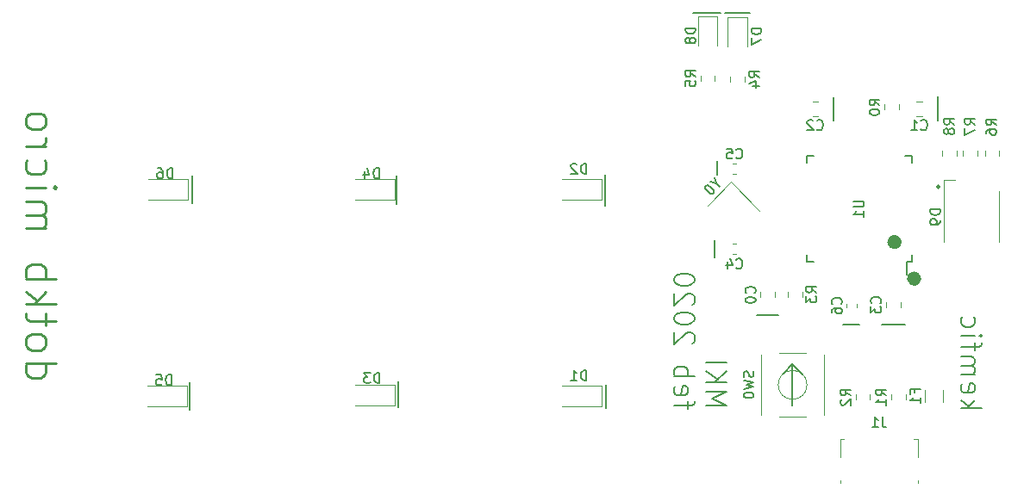
<source format=gbr>
G04 #@! TF.GenerationSoftware,KiCad,Pcbnew,5.1.5-52549c5~84~ubuntu18.04.1*
G04 #@! TF.CreationDate,2020-02-25T00:11:06-08:00*
G04 #@! TF.ProjectId,dotkb_micro,646f746b-625f-46d6-9963-726f2e6b6963,rev?*
G04 #@! TF.SameCoordinates,Original*
G04 #@! TF.FileFunction,Legend,Bot*
G04 #@! TF.FilePolarity,Positive*
%FSLAX46Y46*%
G04 Gerber Fmt 4.6, Leading zero omitted, Abs format (unit mm)*
G04 Created by KiCad (PCBNEW 5.1.5-52549c5~84~ubuntu18.04.1) date 2020-02-25 00:11:06*
%MOMM*%
%LPD*%
G04 APERTURE LIST*
%ADD10C,0.150000*%
%ADD11C,0.250000*%
%ADD12C,1.000000*%
%ADD13C,0.120000*%
G04 APERTURE END LIST*
D10*
X129235200Y-99822000D02*
X131368800Y-99822000D01*
X139344400Y-100787200D02*
X137718800Y-100787200D01*
X141528800Y-100736400D02*
X143764000Y-100736400D01*
X147015200Y-78333600D02*
X147015200Y-80670400D01*
X136753600Y-78435200D02*
X136753600Y-80670400D01*
X125323600Y-84683600D02*
X125323600Y-86055200D01*
X125120400Y-92456000D02*
X125120400Y-94183200D01*
D11*
X57418457Y-104568300D02*
X60418457Y-104568300D01*
X57561314Y-104568300D02*
X57418457Y-104854014D01*
X57418457Y-105425442D01*
X57561314Y-105711157D01*
X57704171Y-105854014D01*
X57989885Y-105996871D01*
X58847028Y-105996871D01*
X59132742Y-105854014D01*
X59275600Y-105711157D01*
X59418457Y-105425442D01*
X59418457Y-104854014D01*
X59275600Y-104568300D01*
X57418457Y-102711157D02*
X57561314Y-102996871D01*
X57704171Y-103139728D01*
X57989885Y-103282585D01*
X58847028Y-103282585D01*
X59132742Y-103139728D01*
X59275600Y-102996871D01*
X59418457Y-102711157D01*
X59418457Y-102282585D01*
X59275600Y-101996871D01*
X59132742Y-101854014D01*
X58847028Y-101711157D01*
X57989885Y-101711157D01*
X57704171Y-101854014D01*
X57561314Y-101996871D01*
X57418457Y-102282585D01*
X57418457Y-102711157D01*
X59418457Y-100854014D02*
X59418457Y-99711157D01*
X60418457Y-100425442D02*
X57847028Y-100425442D01*
X57561314Y-100282585D01*
X57418457Y-99996871D01*
X57418457Y-99711157D01*
X57418457Y-98711157D02*
X60418457Y-98711157D01*
X58561314Y-98425442D02*
X57418457Y-97568300D01*
X59418457Y-97568300D02*
X58275600Y-98711157D01*
X57418457Y-96282585D02*
X60418457Y-96282585D01*
X59275600Y-96282585D02*
X59418457Y-95996871D01*
X59418457Y-95425442D01*
X59275600Y-95139728D01*
X59132742Y-94996871D01*
X58847028Y-94854014D01*
X57989885Y-94854014D01*
X57704171Y-94996871D01*
X57561314Y-95139728D01*
X57418457Y-95425442D01*
X57418457Y-95996871D01*
X57561314Y-96282585D01*
X57418457Y-91282585D02*
X59418457Y-91282585D01*
X59132742Y-91282585D02*
X59275600Y-91139728D01*
X59418457Y-90854014D01*
X59418457Y-90425442D01*
X59275600Y-90139728D01*
X58989885Y-89996871D01*
X57418457Y-89996871D01*
X58989885Y-89996871D02*
X59275600Y-89854014D01*
X59418457Y-89568300D01*
X59418457Y-89139728D01*
X59275600Y-88854014D01*
X58989885Y-88711157D01*
X57418457Y-88711157D01*
X57418457Y-87282585D02*
X59418457Y-87282585D01*
X60418457Y-87282585D02*
X60275600Y-87425442D01*
X60132742Y-87282585D01*
X60275600Y-87139728D01*
X60418457Y-87282585D01*
X60132742Y-87282585D01*
X57561314Y-84568300D02*
X57418457Y-84854014D01*
X57418457Y-85425442D01*
X57561314Y-85711157D01*
X57704171Y-85854014D01*
X57989885Y-85996871D01*
X58847028Y-85996871D01*
X59132742Y-85854014D01*
X59275600Y-85711157D01*
X59418457Y-85425442D01*
X59418457Y-84854014D01*
X59275600Y-84568300D01*
X57418457Y-83282585D02*
X59418457Y-83282585D01*
X58847028Y-83282585D02*
X59132742Y-83139728D01*
X59275600Y-82996871D01*
X59418457Y-82711157D01*
X59418457Y-82425442D01*
X57418457Y-80996871D02*
X57561314Y-81282585D01*
X57704171Y-81425442D01*
X57989885Y-81568300D01*
X58847028Y-81568300D01*
X59132742Y-81425442D01*
X59275600Y-81282585D01*
X59418457Y-80996871D01*
X59418457Y-80568300D01*
X59275600Y-80282585D01*
X59132742Y-80139728D01*
X58847028Y-79996871D01*
X57989885Y-79996871D01*
X57704171Y-80139728D01*
X57561314Y-80282585D01*
X57418457Y-80568300D01*
X57418457Y-80996871D01*
D10*
X124266638Y-108747909D02*
X126266638Y-108747909D01*
X124838066Y-108081242D01*
X126266638Y-107414576D01*
X124266638Y-107414576D01*
X124266638Y-106462195D02*
X126266638Y-106462195D01*
X124266638Y-105319338D02*
X125409495Y-106176480D01*
X126266638Y-105319338D02*
X125123780Y-106462195D01*
X124266638Y-104462195D02*
X126266638Y-104462195D01*
X122449971Y-109033623D02*
X122449971Y-108271719D01*
X121116638Y-108747909D02*
X122830923Y-108747909D01*
X123021400Y-108652671D01*
X123116638Y-108462195D01*
X123116638Y-108271719D01*
X121211876Y-106843147D02*
X121116638Y-107033623D01*
X121116638Y-107414576D01*
X121211876Y-107605052D01*
X121402352Y-107700290D01*
X122164257Y-107700290D01*
X122354733Y-107605052D01*
X122449971Y-107414576D01*
X122449971Y-107033623D01*
X122354733Y-106843147D01*
X122164257Y-106747909D01*
X121973780Y-106747909D01*
X121783304Y-107700290D01*
X121116638Y-105890766D02*
X123116638Y-105890766D01*
X122354733Y-105890766D02*
X122449971Y-105700290D01*
X122449971Y-105319338D01*
X122354733Y-105128861D01*
X122259495Y-105033623D01*
X122069019Y-104938385D01*
X121497590Y-104938385D01*
X121307114Y-105033623D01*
X121211876Y-105128861D01*
X121116638Y-105319338D01*
X121116638Y-105700290D01*
X121211876Y-105890766D01*
X122926161Y-102652671D02*
X123021400Y-102557433D01*
X123116638Y-102366957D01*
X123116638Y-101890766D01*
X123021400Y-101700290D01*
X122926161Y-101605052D01*
X122735685Y-101509814D01*
X122545209Y-101509814D01*
X122259495Y-101605052D01*
X121116638Y-102747909D01*
X121116638Y-101509814D01*
X123116638Y-100271719D02*
X123116638Y-100081242D01*
X123021400Y-99890766D01*
X122926161Y-99795528D01*
X122735685Y-99700290D01*
X122354733Y-99605052D01*
X121878542Y-99605052D01*
X121497590Y-99700290D01*
X121307114Y-99795528D01*
X121211876Y-99890766D01*
X121116638Y-100081242D01*
X121116638Y-100271719D01*
X121211876Y-100462195D01*
X121307114Y-100557433D01*
X121497590Y-100652671D01*
X121878542Y-100747909D01*
X122354733Y-100747909D01*
X122735685Y-100652671D01*
X122926161Y-100557433D01*
X123021400Y-100462195D01*
X123116638Y-100271719D01*
X122926161Y-98843147D02*
X123021400Y-98747909D01*
X123116638Y-98557433D01*
X123116638Y-98081242D01*
X123021400Y-97890766D01*
X122926161Y-97795528D01*
X122735685Y-97700290D01*
X122545209Y-97700290D01*
X122259495Y-97795528D01*
X121116638Y-98938385D01*
X121116638Y-97700290D01*
X123116638Y-96462195D02*
X123116638Y-96271719D01*
X123021400Y-96081242D01*
X122926161Y-95986004D01*
X122735685Y-95890766D01*
X122354733Y-95795528D01*
X121878542Y-95795528D01*
X121497590Y-95890766D01*
X121307114Y-95986004D01*
X121211876Y-96081242D01*
X121116638Y-96271719D01*
X121116638Y-96462195D01*
X121211876Y-96652671D01*
X121307114Y-96747909D01*
X121497590Y-96843147D01*
X121878542Y-96938385D01*
X122354733Y-96938385D01*
X122735685Y-96843147D01*
X122926161Y-96747909D01*
X123021400Y-96652671D01*
X123116638Y-96462195D01*
X149310838Y-108998833D02*
X151310838Y-108998833D01*
X150072742Y-108808357D02*
X149310838Y-108236928D01*
X150644171Y-108236928D02*
X149882266Y-108998833D01*
X149406076Y-106617880D02*
X149310838Y-106808357D01*
X149310838Y-107189309D01*
X149406076Y-107379785D01*
X149596552Y-107475023D01*
X150358457Y-107475023D01*
X150548933Y-107379785D01*
X150644171Y-107189309D01*
X150644171Y-106808357D01*
X150548933Y-106617880D01*
X150358457Y-106522642D01*
X150167980Y-106522642D01*
X149977504Y-107475023D01*
X149310838Y-105665500D02*
X150644171Y-105665500D01*
X150453695Y-105665500D02*
X150548933Y-105570261D01*
X150644171Y-105379785D01*
X150644171Y-105094071D01*
X150548933Y-104903595D01*
X150358457Y-104808357D01*
X149310838Y-104808357D01*
X150358457Y-104808357D02*
X150548933Y-104713119D01*
X150644171Y-104522642D01*
X150644171Y-104236928D01*
X150548933Y-104046452D01*
X150358457Y-103951214D01*
X149310838Y-103951214D01*
X150644171Y-103284547D02*
X150644171Y-102522642D01*
X149310838Y-102998833D02*
X151025123Y-102998833D01*
X151215600Y-102903595D01*
X151310838Y-102713119D01*
X151310838Y-102522642D01*
X149310838Y-101855976D02*
X150644171Y-101855976D01*
X151310838Y-101855976D02*
X151215600Y-101951214D01*
X151120361Y-101855976D01*
X151215600Y-101760738D01*
X151310838Y-101855976D01*
X151120361Y-101855976D01*
X149406076Y-100046452D02*
X149310838Y-100236928D01*
X149310838Y-100617880D01*
X149406076Y-100808357D01*
X149501314Y-100903595D01*
X149691790Y-100998833D01*
X150263219Y-100998833D01*
X150453695Y-100903595D01*
X150548933Y-100808357D01*
X150644171Y-100617880D01*
X150644171Y-100236928D01*
X150548933Y-100046452D01*
X132740400Y-104698800D02*
X131826000Y-105613200D01*
X132740400Y-104698800D02*
X133756400Y-105714800D01*
X132740400Y-108712000D02*
X132740400Y-104698800D01*
X126085600Y-70104000D02*
X128574800Y-70104000D01*
X122986800Y-70104000D02*
X125679200Y-70104000D01*
X114300000Y-86055200D02*
X114300000Y-89052400D01*
X93878400Y-86156800D02*
X93878400Y-88950800D01*
X73812400Y-86106000D02*
X73812400Y-88849200D01*
X73507600Y-106426000D02*
X73507600Y-109118400D01*
X93980000Y-106375200D02*
X93980000Y-108864400D01*
X114401600Y-106680000D02*
X114401600Y-108966000D01*
X147226644Y-87223600D02*
G75*
G03X147226644Y-87223600I-160644J0D01*
G01*
D12*
X142951200Y-92659200D02*
G75*
G03X142951200Y-92659200I-200000J0D01*
G01*
X144878400Y-96266000D02*
G75*
G03X144878400Y-96266000I-200000J0D01*
G01*
D13*
X139079700Y-98749033D02*
X139079700Y-99091567D01*
X138059700Y-98749033D02*
X138059700Y-99091567D01*
X127222067Y-85955600D02*
X126879533Y-85955600D01*
X127222067Y-84935600D02*
X126879533Y-84935600D01*
X127222067Y-93829600D02*
X126879533Y-93829600D01*
X127222067Y-92809600D02*
X126879533Y-92809600D01*
X140359200Y-107668322D02*
X140359200Y-108185478D01*
X138939200Y-107668322D02*
X138939200Y-108185478D01*
X143864400Y-107668322D02*
X143864400Y-108185478D01*
X142444400Y-107668322D02*
X142444400Y-108185478D01*
X147617200Y-86582400D02*
X147617200Y-92682400D01*
X148717200Y-86582400D02*
X147617200Y-86582400D01*
X153017200Y-92682400D02*
X153017200Y-87682400D01*
X147422800Y-84207878D02*
X147422800Y-83690722D01*
X148842800Y-84207878D02*
X148842800Y-83690722D01*
X149505600Y-84207878D02*
X149505600Y-83690722D01*
X150925600Y-84207878D02*
X150925600Y-83690722D01*
X151639200Y-84207878D02*
X151639200Y-83690722D01*
X153059200Y-84207878D02*
X153059200Y-83690722D01*
X125119200Y-76320122D02*
X125119200Y-76837278D01*
X123699200Y-76320122D02*
X123699200Y-76837278D01*
X128065600Y-76370922D02*
X128065600Y-76888078D01*
X126645600Y-76370922D02*
X126645600Y-76888078D01*
X125369200Y-70488200D02*
X125369200Y-73348200D01*
X123449200Y-70488200D02*
X125369200Y-70488200D01*
X123449200Y-73348200D02*
X123449200Y-70488200D01*
X128315600Y-70539000D02*
X128315600Y-73399000D01*
X126395600Y-70539000D02*
X128315600Y-70539000D01*
X126395600Y-73399000D02*
X126395600Y-70539000D01*
X131024700Y-97592622D02*
X131024700Y-98109778D01*
X129604700Y-97592622D02*
X129604700Y-98109778D01*
X144938222Y-80262800D02*
X145455378Y-80262800D01*
X144938222Y-78842800D02*
X145455378Y-78842800D01*
X134706622Y-80262800D02*
X135223778Y-80262800D01*
X134706622Y-78842800D02*
X135223778Y-78842800D01*
X141923700Y-98583222D02*
X141923700Y-99100378D01*
X143343700Y-98583222D02*
X143343700Y-99100378D01*
X114010000Y-106823000D02*
X110110000Y-106823000D01*
X114010000Y-108823000D02*
X110110000Y-108823000D01*
X114010000Y-106823000D02*
X114010000Y-108823000D01*
X114009000Y-86503000D02*
X114009000Y-88503000D01*
X114009000Y-88503000D02*
X110109000Y-88503000D01*
X114009000Y-86503000D02*
X110109000Y-86503000D01*
X93690000Y-106696000D02*
X93690000Y-108696000D01*
X93690000Y-108696000D02*
X89790000Y-108696000D01*
X93690000Y-106696000D02*
X89790000Y-106696000D01*
X93689000Y-86503000D02*
X89789000Y-86503000D01*
X93689000Y-88503000D02*
X89789000Y-88503000D01*
X93689000Y-86503000D02*
X93689000Y-88503000D01*
X73244000Y-106823000D02*
X73244000Y-108823000D01*
X73244000Y-108823000D02*
X69344000Y-108823000D01*
X73244000Y-106823000D02*
X69344000Y-106823000D01*
X73371000Y-86503000D02*
X69471000Y-86503000D01*
X73371000Y-88503000D02*
X69471000Y-88503000D01*
X73371000Y-86503000D02*
X73371000Y-88503000D01*
X145736900Y-107192536D02*
X145736900Y-108396664D01*
X147556900Y-107192536D02*
X147556900Y-108396664D01*
X137419700Y-112012300D02*
X137799700Y-112012300D01*
X137419700Y-116062300D02*
X137419700Y-116322300D01*
X137419700Y-112012300D02*
X137419700Y-113782300D01*
X145039700Y-112012300D02*
X144659700Y-112012300D01*
X145039700Y-113782300D02*
X145039700Y-112012300D01*
X145039700Y-116322300D02*
X145039700Y-116062300D01*
X141784000Y-79118722D02*
X141784000Y-79635878D01*
X143204000Y-79118722D02*
X143204000Y-79635878D01*
X132284400Y-98071678D02*
X132284400Y-97554522D01*
X133704400Y-98071678D02*
X133704400Y-97554522D01*
X134165214Y-106706600D02*
G75*
G03X134165214Y-106706600I-1414214J0D01*
G01*
X129631000Y-109676600D02*
X129631000Y-103736600D01*
X135871000Y-109676600D02*
X135871000Y-103736600D01*
X131411000Y-109826600D02*
X134091000Y-109826600D01*
X134091000Y-103586600D02*
X131411000Y-103586600D01*
D10*
X144506700Y-94570300D02*
X143931700Y-94570300D01*
X144506700Y-84220300D02*
X143831700Y-84220300D01*
X134156700Y-84220300D02*
X134831700Y-84220300D01*
X134156700Y-94570300D02*
X134831700Y-94570300D01*
X144506700Y-94570300D02*
X144506700Y-93895300D01*
X134156700Y-94570300D02*
X134156700Y-93895300D01*
X134156700Y-84220300D02*
X134156700Y-84895300D01*
X144506700Y-84220300D02*
X144506700Y-84895300D01*
X143931700Y-94570300D02*
X143931700Y-95845300D01*
D13*
X124368260Y-89098036D02*
X126701713Y-86764583D01*
X126701713Y-86764583D02*
X129530140Y-89593010D01*
D10*
X137496842Y-98753633D02*
X137544461Y-98706014D01*
X137592080Y-98563157D01*
X137592080Y-98467919D01*
X137544461Y-98325061D01*
X137449223Y-98229823D01*
X137353985Y-98182204D01*
X137163509Y-98134585D01*
X137020652Y-98134585D01*
X136830176Y-98182204D01*
X136734938Y-98229823D01*
X136639700Y-98325061D01*
X136592080Y-98467919D01*
X136592080Y-98563157D01*
X136639700Y-98706014D01*
X136687319Y-98753633D01*
X136592080Y-99610776D02*
X136592080Y-99420300D01*
X136639700Y-99325061D01*
X136687319Y-99277442D01*
X136830176Y-99182204D01*
X137020652Y-99134585D01*
X137401604Y-99134585D01*
X137496842Y-99182204D01*
X137544461Y-99229823D01*
X137592080Y-99325061D01*
X137592080Y-99515538D01*
X137544461Y-99610776D01*
X137496842Y-99658395D01*
X137401604Y-99706014D01*
X137163509Y-99706014D01*
X137068271Y-99658395D01*
X137020652Y-99610776D01*
X136973033Y-99515538D01*
X136973033Y-99325061D01*
X137020652Y-99229823D01*
X137068271Y-99182204D01*
X137163509Y-99134585D01*
X127217466Y-84372742D02*
X127265085Y-84420361D01*
X127407942Y-84467980D01*
X127503180Y-84467980D01*
X127646038Y-84420361D01*
X127741276Y-84325123D01*
X127788895Y-84229885D01*
X127836514Y-84039409D01*
X127836514Y-83896552D01*
X127788895Y-83706076D01*
X127741276Y-83610838D01*
X127646038Y-83515600D01*
X127503180Y-83467980D01*
X127407942Y-83467980D01*
X127265085Y-83515600D01*
X127217466Y-83563219D01*
X126312704Y-83467980D02*
X126788895Y-83467980D01*
X126836514Y-83944171D01*
X126788895Y-83896552D01*
X126693657Y-83848933D01*
X126455561Y-83848933D01*
X126360323Y-83896552D01*
X126312704Y-83944171D01*
X126265085Y-84039409D01*
X126265085Y-84277504D01*
X126312704Y-84372742D01*
X126360323Y-84420361D01*
X126455561Y-84467980D01*
X126693657Y-84467980D01*
X126788895Y-84420361D01*
X126836514Y-84372742D01*
X127217466Y-95200742D02*
X127265085Y-95248361D01*
X127407942Y-95295980D01*
X127503180Y-95295980D01*
X127646038Y-95248361D01*
X127741276Y-95153123D01*
X127788895Y-95057885D01*
X127836514Y-94867409D01*
X127836514Y-94724552D01*
X127788895Y-94534076D01*
X127741276Y-94438838D01*
X127646038Y-94343600D01*
X127503180Y-94295980D01*
X127407942Y-94295980D01*
X127265085Y-94343600D01*
X127217466Y-94391219D01*
X126360323Y-94629314D02*
X126360323Y-95295980D01*
X126598419Y-94248361D02*
X126836514Y-94962647D01*
X126217466Y-94962647D01*
X138451580Y-107760233D02*
X137975390Y-107426900D01*
X138451580Y-107188804D02*
X137451580Y-107188804D01*
X137451580Y-107569757D01*
X137499200Y-107664995D01*
X137546819Y-107712614D01*
X137642057Y-107760233D01*
X137784914Y-107760233D01*
X137880152Y-107712614D01*
X137927771Y-107664995D01*
X137975390Y-107569757D01*
X137975390Y-107188804D01*
X137546819Y-108141185D02*
X137499200Y-108188804D01*
X137451580Y-108284042D01*
X137451580Y-108522138D01*
X137499200Y-108617376D01*
X137546819Y-108664995D01*
X137642057Y-108712614D01*
X137737295Y-108712614D01*
X137880152Y-108664995D01*
X138451580Y-108093566D01*
X138451580Y-108712614D01*
X141956780Y-107760233D02*
X141480590Y-107426900D01*
X141956780Y-107188804D02*
X140956780Y-107188804D01*
X140956780Y-107569757D01*
X141004400Y-107664995D01*
X141052019Y-107712614D01*
X141147257Y-107760233D01*
X141290114Y-107760233D01*
X141385352Y-107712614D01*
X141432971Y-107664995D01*
X141480590Y-107569757D01*
X141480590Y-107188804D01*
X141956780Y-108712614D02*
X141956780Y-108141185D01*
X141956780Y-108426900D02*
X140956780Y-108426900D01*
X141099638Y-108331661D01*
X141194876Y-108236423D01*
X141242495Y-108141185D01*
X147269580Y-89444304D02*
X146269580Y-89444304D01*
X146269580Y-89682400D01*
X146317200Y-89825257D01*
X146412438Y-89920495D01*
X146507676Y-89968114D01*
X146698152Y-90015733D01*
X146841009Y-90015733D01*
X147031485Y-89968114D01*
X147126723Y-89920495D01*
X147221961Y-89825257D01*
X147269580Y-89682400D01*
X147269580Y-89444304D01*
X147269580Y-90491923D02*
X147269580Y-90682400D01*
X147221961Y-90777638D01*
X147174342Y-90825257D01*
X147031485Y-90920495D01*
X146841009Y-90968114D01*
X146460057Y-90968114D01*
X146364819Y-90920495D01*
X146317200Y-90872876D01*
X146269580Y-90777638D01*
X146269580Y-90587161D01*
X146317200Y-90491923D01*
X146364819Y-90444304D01*
X146460057Y-90396685D01*
X146698152Y-90396685D01*
X146793390Y-90444304D01*
X146841009Y-90491923D01*
X146888628Y-90587161D01*
X146888628Y-90777638D01*
X146841009Y-90872876D01*
X146793390Y-90920495D01*
X146698152Y-90968114D01*
X148635980Y-81113333D02*
X148159790Y-80780000D01*
X148635980Y-80541904D02*
X147635980Y-80541904D01*
X147635980Y-80922857D01*
X147683600Y-81018095D01*
X147731219Y-81065714D01*
X147826457Y-81113333D01*
X147969314Y-81113333D01*
X148064552Y-81065714D01*
X148112171Y-81018095D01*
X148159790Y-80922857D01*
X148159790Y-80541904D01*
X148064552Y-81684761D02*
X148016933Y-81589523D01*
X147969314Y-81541904D01*
X147874076Y-81494285D01*
X147826457Y-81494285D01*
X147731219Y-81541904D01*
X147683600Y-81589523D01*
X147635980Y-81684761D01*
X147635980Y-81875238D01*
X147683600Y-81970476D01*
X147731219Y-82018095D01*
X147826457Y-82065714D01*
X147874076Y-82065714D01*
X147969314Y-82018095D01*
X148016933Y-81970476D01*
X148064552Y-81875238D01*
X148064552Y-81684761D01*
X148112171Y-81589523D01*
X148159790Y-81541904D01*
X148255028Y-81494285D01*
X148445504Y-81494285D01*
X148540742Y-81541904D01*
X148588361Y-81589523D01*
X148635980Y-81684761D01*
X148635980Y-81875238D01*
X148588361Y-81970476D01*
X148540742Y-82018095D01*
X148445504Y-82065714D01*
X148255028Y-82065714D01*
X148159790Y-82018095D01*
X148112171Y-81970476D01*
X148064552Y-81875238D01*
X150667980Y-81113333D02*
X150191790Y-80780000D01*
X150667980Y-80541904D02*
X149667980Y-80541904D01*
X149667980Y-80922857D01*
X149715600Y-81018095D01*
X149763219Y-81065714D01*
X149858457Y-81113333D01*
X150001314Y-81113333D01*
X150096552Y-81065714D01*
X150144171Y-81018095D01*
X150191790Y-80922857D01*
X150191790Y-80541904D01*
X149667980Y-81446666D02*
X149667980Y-82113333D01*
X150667980Y-81684761D01*
X152750780Y-81164133D02*
X152274590Y-80830800D01*
X152750780Y-80592704D02*
X151750780Y-80592704D01*
X151750780Y-80973657D01*
X151798400Y-81068895D01*
X151846019Y-81116514D01*
X151941257Y-81164133D01*
X152084114Y-81164133D01*
X152179352Y-81116514D01*
X152226971Y-81068895D01*
X152274590Y-80973657D01*
X152274590Y-80592704D01*
X151750780Y-82021276D02*
X151750780Y-81830800D01*
X151798400Y-81735561D01*
X151846019Y-81687942D01*
X151988876Y-81592704D01*
X152179352Y-81545085D01*
X152560304Y-81545085D01*
X152655542Y-81592704D01*
X152703161Y-81640323D01*
X152750780Y-81735561D01*
X152750780Y-81926038D01*
X152703161Y-82021276D01*
X152655542Y-82068895D01*
X152560304Y-82116514D01*
X152322209Y-82116514D01*
X152226971Y-82068895D01*
X152179352Y-82021276D01*
X152131733Y-81926038D01*
X152131733Y-81735561D01*
X152179352Y-81640323D01*
X152226971Y-81592704D01*
X152322209Y-81545085D01*
X123211580Y-76412033D02*
X122735390Y-76078700D01*
X123211580Y-75840604D02*
X122211580Y-75840604D01*
X122211580Y-76221557D01*
X122259200Y-76316795D01*
X122306819Y-76364414D01*
X122402057Y-76412033D01*
X122544914Y-76412033D01*
X122640152Y-76364414D01*
X122687771Y-76316795D01*
X122735390Y-76221557D01*
X122735390Y-75840604D01*
X122211580Y-77316795D02*
X122211580Y-76840604D01*
X122687771Y-76792985D01*
X122640152Y-76840604D01*
X122592533Y-76935842D01*
X122592533Y-77173938D01*
X122640152Y-77269176D01*
X122687771Y-77316795D01*
X122783009Y-77364414D01*
X123021104Y-77364414D01*
X123116342Y-77316795D01*
X123163961Y-77269176D01*
X123211580Y-77173938D01*
X123211580Y-76935842D01*
X123163961Y-76840604D01*
X123116342Y-76792985D01*
X129484380Y-76462833D02*
X129008190Y-76129500D01*
X129484380Y-75891404D02*
X128484380Y-75891404D01*
X128484380Y-76272357D01*
X128532000Y-76367595D01*
X128579619Y-76415214D01*
X128674857Y-76462833D01*
X128817714Y-76462833D01*
X128912952Y-76415214D01*
X128960571Y-76367595D01*
X129008190Y-76272357D01*
X129008190Y-75891404D01*
X128817714Y-77319976D02*
X129484380Y-77319976D01*
X128436761Y-77081880D02*
X129151047Y-76843785D01*
X129151047Y-77462833D01*
X123211580Y-71610104D02*
X122211580Y-71610104D01*
X122211580Y-71848200D01*
X122259200Y-71991057D01*
X122354438Y-72086295D01*
X122449676Y-72133914D01*
X122640152Y-72181533D01*
X122783009Y-72181533D01*
X122973485Y-72133914D01*
X123068723Y-72086295D01*
X123163961Y-71991057D01*
X123211580Y-71848200D01*
X123211580Y-71610104D01*
X122640152Y-72752961D02*
X122592533Y-72657723D01*
X122544914Y-72610104D01*
X122449676Y-72562485D01*
X122402057Y-72562485D01*
X122306819Y-72610104D01*
X122259200Y-72657723D01*
X122211580Y-72752961D01*
X122211580Y-72943438D01*
X122259200Y-73038676D01*
X122306819Y-73086295D01*
X122402057Y-73133914D01*
X122449676Y-73133914D01*
X122544914Y-73086295D01*
X122592533Y-73038676D01*
X122640152Y-72943438D01*
X122640152Y-72752961D01*
X122687771Y-72657723D01*
X122735390Y-72610104D01*
X122830628Y-72562485D01*
X123021104Y-72562485D01*
X123116342Y-72610104D01*
X123163961Y-72657723D01*
X123211580Y-72752961D01*
X123211580Y-72943438D01*
X123163961Y-73038676D01*
X123116342Y-73086295D01*
X123021104Y-73133914D01*
X122830628Y-73133914D01*
X122735390Y-73086295D01*
X122687771Y-73038676D01*
X122640152Y-72943438D01*
X129687580Y-71651904D02*
X128687580Y-71651904D01*
X128687580Y-71890000D01*
X128735200Y-72032857D01*
X128830438Y-72128095D01*
X128925676Y-72175714D01*
X129116152Y-72223333D01*
X129259009Y-72223333D01*
X129449485Y-72175714D01*
X129544723Y-72128095D01*
X129639961Y-72032857D01*
X129687580Y-71890000D01*
X129687580Y-71651904D01*
X128687580Y-72556666D02*
X128687580Y-73223333D01*
X129687580Y-72794761D01*
X129021842Y-97684533D02*
X129069461Y-97636914D01*
X129117080Y-97494057D01*
X129117080Y-97398819D01*
X129069461Y-97255961D01*
X128974223Y-97160723D01*
X128878985Y-97113104D01*
X128688509Y-97065485D01*
X128545652Y-97065485D01*
X128355176Y-97113104D01*
X128259938Y-97160723D01*
X128164700Y-97255961D01*
X128117080Y-97398819D01*
X128117080Y-97494057D01*
X128164700Y-97636914D01*
X128212319Y-97684533D01*
X128117080Y-98303580D02*
X128117080Y-98398819D01*
X128164700Y-98494057D01*
X128212319Y-98541676D01*
X128307557Y-98589295D01*
X128498033Y-98636914D01*
X128736128Y-98636914D01*
X128926604Y-98589295D01*
X129021842Y-98541676D01*
X129069461Y-98494057D01*
X129117080Y-98398819D01*
X129117080Y-98303580D01*
X129069461Y-98208342D01*
X129021842Y-98160723D01*
X128926604Y-98113104D01*
X128736128Y-98065485D01*
X128498033Y-98065485D01*
X128307557Y-98113104D01*
X128212319Y-98160723D01*
X128164700Y-98208342D01*
X128117080Y-98303580D01*
X145363466Y-81559942D02*
X145411085Y-81607561D01*
X145553942Y-81655180D01*
X145649180Y-81655180D01*
X145792038Y-81607561D01*
X145887276Y-81512323D01*
X145934895Y-81417085D01*
X145982514Y-81226609D01*
X145982514Y-81083752D01*
X145934895Y-80893276D01*
X145887276Y-80798038D01*
X145792038Y-80702800D01*
X145649180Y-80655180D01*
X145553942Y-80655180D01*
X145411085Y-80702800D01*
X145363466Y-80750419D01*
X144411085Y-81655180D02*
X144982514Y-81655180D01*
X144696800Y-81655180D02*
X144696800Y-80655180D01*
X144792038Y-80798038D01*
X144887276Y-80893276D01*
X144982514Y-80940895D01*
X135131866Y-81559942D02*
X135179485Y-81607561D01*
X135322342Y-81655180D01*
X135417580Y-81655180D01*
X135560438Y-81607561D01*
X135655676Y-81512323D01*
X135703295Y-81417085D01*
X135750914Y-81226609D01*
X135750914Y-81083752D01*
X135703295Y-80893276D01*
X135655676Y-80798038D01*
X135560438Y-80702800D01*
X135417580Y-80655180D01*
X135322342Y-80655180D01*
X135179485Y-80702800D01*
X135131866Y-80750419D01*
X134750914Y-80750419D02*
X134703295Y-80702800D01*
X134608057Y-80655180D01*
X134369961Y-80655180D01*
X134274723Y-80702800D01*
X134227104Y-80750419D01*
X134179485Y-80845657D01*
X134179485Y-80940895D01*
X134227104Y-81083752D01*
X134798533Y-81655180D01*
X134179485Y-81655180D01*
X141340842Y-98675133D02*
X141388461Y-98627514D01*
X141436080Y-98484657D01*
X141436080Y-98389419D01*
X141388461Y-98246561D01*
X141293223Y-98151323D01*
X141197985Y-98103704D01*
X141007509Y-98056085D01*
X140864652Y-98056085D01*
X140674176Y-98103704D01*
X140578938Y-98151323D01*
X140483700Y-98246561D01*
X140436080Y-98389419D01*
X140436080Y-98484657D01*
X140483700Y-98627514D01*
X140531319Y-98675133D01*
X140436080Y-99008466D02*
X140436080Y-99627514D01*
X140817033Y-99294180D01*
X140817033Y-99437038D01*
X140864652Y-99532276D01*
X140912271Y-99579895D01*
X141007509Y-99627514D01*
X141245604Y-99627514D01*
X141340842Y-99579895D01*
X141388461Y-99532276D01*
X141436080Y-99437038D01*
X141436080Y-99151323D01*
X141388461Y-99056085D01*
X141340842Y-99008466D01*
X112498095Y-106275380D02*
X112498095Y-105275380D01*
X112260000Y-105275380D01*
X112117142Y-105323000D01*
X112021904Y-105418238D01*
X111974285Y-105513476D01*
X111926666Y-105703952D01*
X111926666Y-105846809D01*
X111974285Y-106037285D01*
X112021904Y-106132523D01*
X112117142Y-106227761D01*
X112260000Y-106275380D01*
X112498095Y-106275380D01*
X110974285Y-106275380D02*
X111545714Y-106275380D01*
X111260000Y-106275380D02*
X111260000Y-105275380D01*
X111355238Y-105418238D01*
X111450476Y-105513476D01*
X111545714Y-105561095D01*
X112497095Y-85955380D02*
X112497095Y-84955380D01*
X112259000Y-84955380D01*
X112116142Y-85003000D01*
X112020904Y-85098238D01*
X111973285Y-85193476D01*
X111925666Y-85383952D01*
X111925666Y-85526809D01*
X111973285Y-85717285D01*
X112020904Y-85812523D01*
X112116142Y-85907761D01*
X112259000Y-85955380D01*
X112497095Y-85955380D01*
X111544714Y-85050619D02*
X111497095Y-85003000D01*
X111401857Y-84955380D01*
X111163761Y-84955380D01*
X111068523Y-85003000D01*
X111020904Y-85050619D01*
X110973285Y-85145857D01*
X110973285Y-85241095D01*
X111020904Y-85383952D01*
X111592333Y-85955380D01*
X110973285Y-85955380D01*
X92178095Y-106522780D02*
X92178095Y-105522780D01*
X91940000Y-105522780D01*
X91797142Y-105570400D01*
X91701904Y-105665638D01*
X91654285Y-105760876D01*
X91606666Y-105951352D01*
X91606666Y-106094209D01*
X91654285Y-106284685D01*
X91701904Y-106379923D01*
X91797142Y-106475161D01*
X91940000Y-106522780D01*
X92178095Y-106522780D01*
X91273333Y-105522780D02*
X90654285Y-105522780D01*
X90987619Y-105903733D01*
X90844761Y-105903733D01*
X90749523Y-105951352D01*
X90701904Y-105998971D01*
X90654285Y-106094209D01*
X90654285Y-106332304D01*
X90701904Y-106427542D01*
X90749523Y-106475161D01*
X90844761Y-106522780D01*
X91130476Y-106522780D01*
X91225714Y-106475161D01*
X91273333Y-106427542D01*
X92127295Y-86405980D02*
X92127295Y-85405980D01*
X91889200Y-85405980D01*
X91746342Y-85453600D01*
X91651104Y-85548838D01*
X91603485Y-85644076D01*
X91555866Y-85834552D01*
X91555866Y-85977409D01*
X91603485Y-86167885D01*
X91651104Y-86263123D01*
X91746342Y-86358361D01*
X91889200Y-86405980D01*
X92127295Y-86405980D01*
X90698723Y-85739314D02*
X90698723Y-86405980D01*
X90936819Y-85358361D02*
X91174914Y-86072647D01*
X90555866Y-86072647D01*
X71732095Y-106725980D02*
X71732095Y-105725980D01*
X71494000Y-105725980D01*
X71351142Y-105773600D01*
X71255904Y-105868838D01*
X71208285Y-105964076D01*
X71160666Y-106154552D01*
X71160666Y-106297409D01*
X71208285Y-106487885D01*
X71255904Y-106583123D01*
X71351142Y-106678361D01*
X71494000Y-106725980D01*
X71732095Y-106725980D01*
X70255904Y-105725980D02*
X70732095Y-105725980D01*
X70779714Y-106202171D01*
X70732095Y-106154552D01*
X70636857Y-106106933D01*
X70398761Y-106106933D01*
X70303523Y-106154552D01*
X70255904Y-106202171D01*
X70208285Y-106297409D01*
X70208285Y-106535504D01*
X70255904Y-106630742D01*
X70303523Y-106678361D01*
X70398761Y-106725980D01*
X70636857Y-106725980D01*
X70732095Y-106678361D01*
X70779714Y-106630742D01*
X71858095Y-86405980D02*
X71858095Y-85405980D01*
X71620000Y-85405980D01*
X71477142Y-85453600D01*
X71381904Y-85548838D01*
X71334285Y-85644076D01*
X71286666Y-85834552D01*
X71286666Y-85977409D01*
X71334285Y-86167885D01*
X71381904Y-86263123D01*
X71477142Y-86358361D01*
X71620000Y-86405980D01*
X71858095Y-86405980D01*
X70429523Y-85405980D02*
X70620000Y-85405980D01*
X70715238Y-85453600D01*
X70762857Y-85501219D01*
X70858095Y-85644076D01*
X70905714Y-85834552D01*
X70905714Y-86215504D01*
X70858095Y-86310742D01*
X70810476Y-86358361D01*
X70715238Y-86405980D01*
X70524761Y-86405980D01*
X70429523Y-86358361D01*
X70381904Y-86310742D01*
X70334285Y-86215504D01*
X70334285Y-85977409D01*
X70381904Y-85882171D01*
X70429523Y-85834552D01*
X70524761Y-85786933D01*
X70715238Y-85786933D01*
X70810476Y-85834552D01*
X70858095Y-85882171D01*
X70905714Y-85977409D01*
X144755471Y-107461266D02*
X144755471Y-107127933D01*
X145279280Y-107127933D02*
X144279280Y-107127933D01*
X144279280Y-107604123D01*
X145279280Y-108508885D02*
X145279280Y-107937457D01*
X145279280Y-108223171D02*
X144279280Y-108223171D01*
X144422138Y-108127933D01*
X144517376Y-108032695D01*
X144564995Y-107937457D01*
X141563033Y-109874680D02*
X141563033Y-110588966D01*
X141610652Y-110731823D01*
X141705890Y-110827061D01*
X141848747Y-110874680D01*
X141943985Y-110874680D01*
X140563033Y-110874680D02*
X141134461Y-110874680D01*
X140848747Y-110874680D02*
X140848747Y-109874680D01*
X140943985Y-110017538D01*
X141039223Y-110112776D01*
X141134461Y-110160395D01*
X141296380Y-79210633D02*
X140820190Y-78877300D01*
X141296380Y-78639204D02*
X140296380Y-78639204D01*
X140296380Y-79020157D01*
X140344000Y-79115395D01*
X140391619Y-79163014D01*
X140486857Y-79210633D01*
X140629714Y-79210633D01*
X140724952Y-79163014D01*
X140772571Y-79115395D01*
X140820190Y-79020157D01*
X140820190Y-78639204D01*
X140296380Y-79829680D02*
X140296380Y-79924919D01*
X140344000Y-80020157D01*
X140391619Y-80067776D01*
X140486857Y-80115395D01*
X140677333Y-80163014D01*
X140915428Y-80163014D01*
X141105904Y-80115395D01*
X141201142Y-80067776D01*
X141248761Y-80020157D01*
X141296380Y-79924919D01*
X141296380Y-79829680D01*
X141248761Y-79734442D01*
X141201142Y-79686823D01*
X141105904Y-79639204D01*
X140915428Y-79591585D01*
X140677333Y-79591585D01*
X140486857Y-79639204D01*
X140391619Y-79686823D01*
X140344000Y-79734442D01*
X140296380Y-79829680D01*
X135096780Y-97646433D02*
X134620590Y-97313100D01*
X135096780Y-97075004D02*
X134096780Y-97075004D01*
X134096780Y-97455957D01*
X134144400Y-97551195D01*
X134192019Y-97598814D01*
X134287257Y-97646433D01*
X134430114Y-97646433D01*
X134525352Y-97598814D01*
X134572971Y-97551195D01*
X134620590Y-97455957D01*
X134620590Y-97075004D01*
X134096780Y-97979766D02*
X134096780Y-98598814D01*
X134477733Y-98265480D01*
X134477733Y-98408338D01*
X134525352Y-98503576D01*
X134572971Y-98551195D01*
X134668209Y-98598814D01*
X134906304Y-98598814D01*
X135001542Y-98551195D01*
X135049161Y-98503576D01*
X135096780Y-98408338D01*
X135096780Y-98122623D01*
X135049161Y-98027385D01*
X135001542Y-97979766D01*
X128877961Y-105346666D02*
X128925580Y-105489523D01*
X128925580Y-105727619D01*
X128877961Y-105822857D01*
X128830342Y-105870476D01*
X128735104Y-105918095D01*
X128639866Y-105918095D01*
X128544628Y-105870476D01*
X128497009Y-105822857D01*
X128449390Y-105727619D01*
X128401771Y-105537142D01*
X128354152Y-105441904D01*
X128306533Y-105394285D01*
X128211295Y-105346666D01*
X128116057Y-105346666D01*
X128020819Y-105394285D01*
X127973200Y-105441904D01*
X127925580Y-105537142D01*
X127925580Y-105775238D01*
X127973200Y-105918095D01*
X127925580Y-106251428D02*
X128925580Y-106489523D01*
X128211295Y-106680000D01*
X128925580Y-106870476D01*
X127925580Y-107108571D01*
X127925580Y-107680000D02*
X127925580Y-107775238D01*
X127973200Y-107870476D01*
X128020819Y-107918095D01*
X128116057Y-107965714D01*
X128306533Y-108013333D01*
X128544628Y-108013333D01*
X128735104Y-107965714D01*
X128830342Y-107918095D01*
X128877961Y-107870476D01*
X128925580Y-107775238D01*
X128925580Y-107680000D01*
X128877961Y-107584761D01*
X128830342Y-107537142D01*
X128735104Y-107489523D01*
X128544628Y-107441904D01*
X128306533Y-107441904D01*
X128116057Y-107489523D01*
X128020819Y-107537142D01*
X127973200Y-107584761D01*
X127925580Y-107680000D01*
X138745980Y-88633395D02*
X139555504Y-88633395D01*
X139650742Y-88681014D01*
X139698361Y-88728633D01*
X139745980Y-88823871D01*
X139745980Y-89014347D01*
X139698361Y-89109585D01*
X139650742Y-89157204D01*
X139555504Y-89204823D01*
X138745980Y-89204823D01*
X139745980Y-90204823D02*
X139745980Y-89633395D01*
X139745980Y-89919109D02*
X138745980Y-89919109D01*
X138888838Y-89823871D01*
X138984076Y-89728633D01*
X139031695Y-89633395D01*
X125237081Y-86870046D02*
X125573799Y-87206764D01*
X125102394Y-86263955D02*
X125237081Y-86870046D01*
X124630990Y-86735359D01*
X124260600Y-87105748D02*
X124193257Y-87173092D01*
X124159585Y-87274107D01*
X124159585Y-87341451D01*
X124193257Y-87442466D01*
X124294272Y-87610825D01*
X124462631Y-87779183D01*
X124630990Y-87880199D01*
X124732005Y-87913870D01*
X124799348Y-87913870D01*
X124900364Y-87880199D01*
X124967707Y-87812855D01*
X125001379Y-87711840D01*
X125001379Y-87644496D01*
X124967707Y-87543481D01*
X124866692Y-87375122D01*
X124698333Y-87206764D01*
X124529974Y-87105748D01*
X124428959Y-87072077D01*
X124361616Y-87072077D01*
X124260600Y-87105748D01*
M02*

</source>
